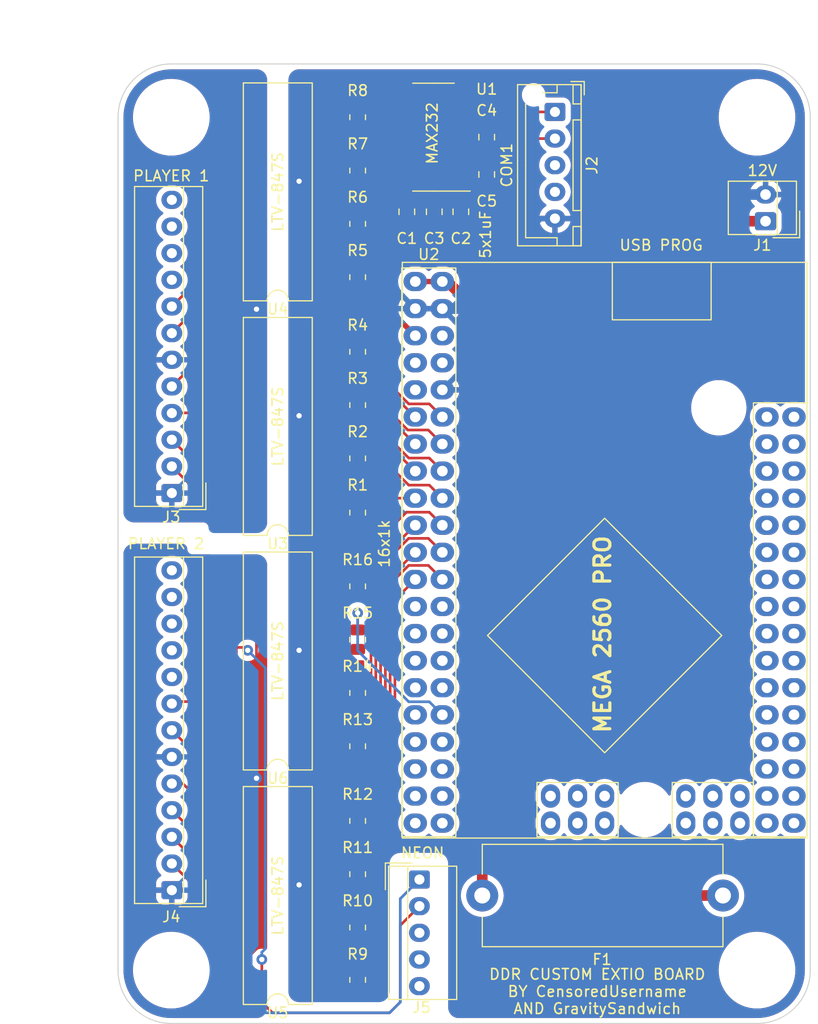
<source format=kicad_pcb>
(kicad_pcb (version 20211014) (generator pcbnew)
  (layers (0 "F.Cu" signal) (31 "B.Cu" signal) (34 "B.Paste" user) (35 "F.Paste" user) (36 "B.SilkS" user "B.Silkscreen") (37 "F.SilkS" user "F.Silkscreen") (38 "B.Mask" user) (39 "F.Mask" user) (44 "Edge.Cuts" user))
  (net 0 "")
  (net 1 "GND")
  (net 2 "Net-(C4-Pad1)")
  (net 3 "Net-(C4-Pad2)")
  (net 4 "Net-(C5-Pad1)")
  (net 5 "Net-(C5-Pad2)")
  (net 6 "+12V")
  (net 76 "/isolation/Output GND")
  (net 77 "/isolation/Output D")
  (net 78 "/isolation/Output C")
  (net 79 "/isolation/Output B")
  (net 80 "/isolation/Output A")
  (net 81 "/isolation1/Output D")
  (net 82 "/isolation1/Output C")
  (net 83 "/isolation2/Output GND")
  (net 84 "/isolation3/Output D")
  (net 85 "/isolation3/Output C")
  (net 86 "/isolation3/Output B")
  (net 87 "/isolation3/Output A")
  (net 88 "/isolation2/Output D")
  (net 89 "/isolation2/Output C")
  (net 90 "/isolation2/Output B")
  (net 91 "Net-(R1-Pad1)")
  (net 92 "/isolation/Input A")
  (net 93 "Net-(R2-Pad1)")
  (net 94 "/isolation/Input B")
  (net 95 "Net-(R3-Pad1)")
  (net 96 "Net-(R4-Pad1)")
  (net 97 "Net-(R5-Pad1)")
  (net 98 "Net-(R6-Pad1)")
  (net 99 "Net-(R7-Pad1)")
  (net 100 "/isolation1/Input C")
  (net 101 "Net-(R8-Pad1)")
  (net 102 "/isolation1/Input D")
  (net 103 "Net-(R9-Pad1)")
  (net 104 "/isolation3/Input A")
  (net 105 "Net-(R10-Pad1)")
  (net 106 "/isolation3/Input B")
  (net 107 "Net-(R11-Pad1)")
  (net 108 "/isolation3/Input C")
  (net 109 "Net-(R12-Pad1)")
  (net 110 "/isolation3/Input D")
  (net 111 "Net-(R13-Pad1)")
  (net 112 "Net-(R14-Pad1)")
  (net 113 "/isolation2/Input B")
  (net 114 "Net-(R15-Pad1)")
  (net 115 "/isolation2/Input C")
  (net 116 "Net-(R16-Pad1)")
  (net 117 "/isolation1/Output B")
  (net 118 "/isolation1/Output A")
  (net 119 "/isolation2/Output A")
  (net 120 "/isolation1/Input A")
  (net 121 "/isolation1/Input B")
  (net 122 "/isolation2/Input A")
  (net 124 "Net-(C2-Pad1)")
  (net 125 "Net-(C3-Pad1)")
  (net 126 "Net-(J2-Pad1)")
  (net 127 "Net-(J2-Pad2)")
  (net 133 "+5V")
  (net 135 "Net-(J1-Pad1)")
  (net 136 "Net-(U1-Pad9)")
  (net 137 "Net-(U1-Pad10)")
  (footprint "Resistor_SMD:R_0805_2012Metric" (layer "F.Cu") (at 131 82 90)
    (fp_text reference "R3")
    (fp_text value "1k")
  )
  (footprint "Footprints:MountingHole_3.2mm_M3" (layer "F.Cu") (at 168.5 135)
    (fp_text reference "H3" hide)
    (fp_text value "M3")
  )
  (footprint "Resistor_SMD:R_0805_2012Metric" (layer "F.Cu") (at 131 121 90)
    (fp_text reference "R12")
    (fp_text value "1k")
  )
  (footprint "Resistor_SMD:R_0805_2012Metric" (layer "F.Cu") (at 131 55 90)
    (fp_text reference "R8")
    (fp_text value "1k")
  )
  (footprint "Footprints:JST_NH_B5P-SHF-1AA_1x05_P2.50mm_Vertical" (layer "F.Cu") (at 136.8 126.5 -90)
    (fp_text reference "J5")
    (fp_text value "JST_NH_B05")
  )
  (footprint "Resistor_SMD:R_0805_2012Metric" (layer "F.Cu") (at 131 87 90)
    (fp_text reference "R2")
    (fp_text value "1k")
  )
  (footprint "Capacitor_SMD:C_0805_2012Metric" (layer "F.Cu") (at 143.11596 56.866072 90)
    (fp_text reference "C4")
    (fp_text value "1uF")
  )
  (footprint "Footprints:MountingHole_3.2mm_M3" (layer "F.Cu") (at 113.5 135)
    (fp_text reference "H4" hide)
    (fp_text value "M3")
  )
  (footprint "Capacitor_SMD:C_0805_2012Metric" (layer "F.Cu") (at 143.11596 60.366072 90)
    (fp_text reference "C5")
    (fp_text value "1uF")
  )
  (footprint "Resistor_SMD:R_0805_2012Metric" (layer "F.Cu") (at 131 109 90)
    (fp_text reference "R14")
    (fp_text value "1k")
  )
  (footprint "Footprints:JST_NH_B13P-SHF-1AA_1x13_P2.50mm_Vertical" (layer "F.Cu") (at 113.55 127.5 90)
    (fp_text reference "J4")
    (fp_text value "JST_NH_B13")
  )
  (footprint "Resistor_SMD:R_0805_2012Metric" (layer "F.Cu") (at 131 135.9125 90)
    (fp_text reference "R9")
    (fp_text value "1k")
  )
  (footprint "Fuse:Fuseholder_Cylinder-5x20mm_Stelvio-Kontek_PTF78_Horizontal_Open" (layer "F.Cu") (at 142.7 128)
    (fp_text reference "F1")
    (fp_text value "?A")
  )
  (footprint "Footprints:Arduino_mega_2560_pro" (layer "F.Cu") (at 135.19048 68.61048)
    (fp_text reference "U2")
    (fp_text value "Arduino_mega_2560_pro")
  )
  (footprint "Footprints:JST_NH_B2P-SHF-1AA_1x02_P2.50mm_Vertical" (layer "F.Cu") (at 169.3 64.75 90)
    (fp_text reference "J1")
    (fp_text value "JST_NH_B02")
  )
  (footprint "Resistor_SMD:R_0805_2012Metric" (layer "F.Cu") (at 131 77 90)
    (fp_text reference "R4")
    (fp_text value "1k")
  )
  (footprint "Footprints:MountingHole_3.2mm_M3" (layer "F.Cu") (at 168.5 55)
    (fp_text reference "H1" hide)
    (fp_text value "M3")
  )
  (footprint "Resistor_SMD:R_0805_2012Metric" (layer "F.Cu") (at 131 104 90)
    (fp_text reference "R15")
    (fp_text value "1k")
  )
  (footprint "Resistor_SMD:R_0805_2012Metric" (layer "F.Cu") (at 131 126 90)
    (fp_text reference "R11")
    (fp_text value "1k")
  )
  (footprint "Resistor_SMD:R_0805_2012Metric" (layer "F.Cu") (at 131 131 90)
    (fp_text reference "R10")
    (fp_text value "1k")
  )
  (footprint "Capacitor_SMD:C_0805_2012Metric" (layer "F.Cu") (at 140.69048 63.866072 -90)
    (fp_text reference "C2")
    (fp_text value "1uF")
  )
  (footprint "Package_DIP:SMDIP-16_W9.53mm" (layer "F.Cu") (at 123.5 84 180)
    (fp_text reference "U3")
    (fp_text value "LTV-847S")
  )
  (footprint "Footprints:MountingHole_3.2mm_M3" (layer "F.Cu") (at 113.5 55)
    (fp_text reference "H2" hide)
    (fp_text value "M3")
  )
  (footprint "Capacitor_SMD:C_0805_2012Metric" (layer "F.Cu") (at 138.19048 63.866072 -90)
    (fp_text reference "C3")
    (fp_text value "1uF")
  )
  (footprint "Resistor_SMD:R_0805_2012Metric" (layer "F.Cu") (at 131 92.0875 90)
    (fp_text reference "R1")
    (fp_text value "1k")
  )
  (footprint "Connector_JST:JST_XH_B5B-XH-AM_1x05_P2.50mm_Vertical" (layer "F.Cu") (at 149.525 54.5 -90)
    (fp_text reference "J2")
    (fp_text value "JST_XH_B05")
  )
  (footprint "Footprints:JST_NH_B12P-SHF-1AA_1x12_P2.50mm_Vertical" (layer "F.Cu") (at 113.55 90.25 90)
    (fp_text reference "J3")
    (fp_text value "JST_NH_B12")
  )
  (footprint "Resistor_SMD:R_0805_2012Metric" (layer "F.Cu") (at 131 60 90)
    (fp_text reference "R7")
    (fp_text value "1k")
  )
  (footprint "Resistor_SMD:R_0805_2012Metric" (layer "F.Cu") (at 131 70 90)
    (fp_text reference "R5")
    (fp_text value "1k")
  )
  (footprint "Package_DIP:SMDIP-16_W9.53mm" (layer "F.Cu") (at 123.5 106 180)
    (fp_text reference "U6")
    (fp_text value "LTV-847S")
  )
  (footprint "Resistor_SMD:R_0805_2012Metric" (layer "F.Cu") (at 131 99 90)
    (fp_text reference "R16")
    (fp_text value "1k")
  )
  (footprint "Package_DIP:SMDIP-16_W9.53mm" (layer "F.Cu") (at 123.5 62 180)
    (fp_text reference "U4")
    (fp_text value "LTV-847S")
  )
  (footprint "Resistor_SMD:R_0805_2012Metric" (layer "F.Cu") (at 131 114 90)
    (fp_text reference "R13")
    (fp_text value "1k")
  )
  (footprint "Capacitor_SMD:C_0805_2012Metric" (layer "F.Cu") (at 135.61596 63.866072 -90)
    (fp_text reference "C1")
    (fp_text value "1uF")
  )
  (footprint "Package_SO:SOIC-16_3.9x9.9mm_P1.27mm" (layer "F.Cu") (at 138.11596 56.866072 180)
    (fp_text reference "U1")
    (fp_text value "MAX232")
  )
  (footprint "Resistor_SMD:R_0805_2012Metric" (layer "F.Cu") (at 131 65 90)
    (fp_text reference "R6")
    (fp_text value "1k")
  )
  (footprint "Package_DIP:SMDIP-16_W9.53mm" (layer "F.Cu") (at 123.5 128 180)
    (fp_text reference "U5")
    (fp_text value "LTV-847S")
  )
  (gr_line (start 173.5 55) (end 173.5 135) (layer "Edge.Cuts") (width 0.1))
  (gr_arc (start 168.5 50) (mid 172.035534 51.464466) (end 173.5 55) (layer "Edge.Cuts") (width 0.1))
  (gr_line (start 168.5 140) (end 113.5 140) (layer "Edge.Cuts") (width 0.1))
  (gr_line (start 113.5 50) (end 168.5 50) (layer "Edge.Cuts") (width 0.1))
  (gr_arc (start 108.5 55) (mid 109.964466 51.464466) (end 113.5 50) (layer "Edge.Cuts") (width 0.1))
  (gr_arc (start 113.5 140) (mid 109.964466 138.535534) (end 108.5 135) (layer "Edge.Cuts") (width 0.1))
  (gr_arc (start 173.5 135) (mid 172.035534 138.535534) (end 168.5 140) (layer "Edge.Cuts") (width 0.1))
  (gr_line (start 108.5 135) (end 108.5 55) (layer "Edge.Cuts") (width 0.1))
  (gr_text "LTV-847S" (at 123.5 106 90) (layer "F.SilkS") (effects (font (size 1 1))))
  (gr_text "12V" (at 169 60) (layer "F.SilkS") (effects (font (size 1 1))))
  (gr_text "NEON" (at 137.1 124) (layer "F.SilkS") (effects (font (size 1 1))))
  (gr_text "PLAYER 1" (at 113.5 60.5) (layer "F.SilkS") (effects (font (size 1 1))))
  (gr_text "USB PROG" (at 159.5 67) (layer "F.SilkS") (effects (font (size 1 1))))
  (gr_text "5x1uF" (at 143 66 90) (layer "F.SilkS") (effects (font (size 1 1))))
  (gr_text "16x1k" (at 133.5 95 90) (layer "F.SilkS") (effects (font (size 1 1))))
  (gr_text "PLAYER 2" (at 113 95) (layer "F.SilkS") (effects (font (size 1 1))))
  (gr_text "LTV-847S" (at 123.5 84 90) (layer "F.SilkS") (effects (font (size 1 1))))
  (gr_text "COM1" (at 145 59.5 90) (layer "F.SilkS") (effects (font (size 1 1))))
  (gr_text "LTV-847S" (at 123.5 128 90) (layer "F.SilkS") (effects (font (size 1 1))))
  (gr_text "MEGA 2560 PRO" (at 154 103.5 90) (layer "F.SilkS") (effects (font (size 1.5 1.5) (thickness 0.3))))
  (gr_text "DDR CUSTOM EXTIO BOARD\nBY CensoredUsername\nAND GravitySandwich" (at 153.5 137) (layer "F.SilkS") (effects (font (size 1 1))))
  (gr_text "LTV-847S" (at 123.5 62 90) (layer "F.SilkS") (effects (font (size 1 1))))
  (gr_text "MAX232" (at 138 56.5 90) (layer "F.SilkS") (effects (font (size 1 1))))
  (segment (start 128.265 68.35) (end 126.85 68.35) (width 0.5) (layer "F.Cu") (net 1))
  (segment (start 125.5 125) (end 125.5 126) (width 0.5) (layer "F.Cu") (net 1))
  (segment (start 126.77 63.27) (end 125.5 62) (width 0.5) (layer "F.Cu") (net 1))
  (segment (start 136.664349 60.041072) (end 137.19048 59.514941) (width 0.5) (layer "F.Cu") (net 1))
  (segment (start 126.85 134.35) (end 128.265 134.35) (width 0.5) (layer "F.Cu") (net 1))
  (segment (start 128.265 112.35) (end 126.85 112.35) (width 0.5) (layer "F.Cu") (net 1))
  (segment (start 125.5 105) (end 125.5 106) (width 0.5) (layer "F.Cu") (net 1))
  (segment (start 126.39 119.11) (end 125.5 120) (width 0.5) (layer "F.Cu") (net 1))
  (segment (start 125.5 84) (end 125.5 89) (width 0.5) (layer "F.Cu") (net 1))
  (segment (start 137.19048 61.98548) (end 137.19048 60.48548) (width 0.5) (layer "F.Cu") (net 1))
  (segment (start 130.0225 97.11) (end 131 98.0875) (width 0.5) (layer "F.Cu") (net 1))
  (segment (start 128.265 124.19) (end 126.31 124.19) (width 0.5) (layer "F.Cu") (net 1))
  (segment (start 125.5 76) (end 125.5 81) (width 0.5) (layer "F.Cu") (net 1))
  (segment (start 130.1025 58.19) (end 131 59.0875) (width 0.5) (layer "F.Cu") (net 1))
  (segment (start 125.5 126) (end 125.5 133) (width 0.5) (layer "F.Cu") (net 1))
  (segment (start 128.265 97.11) (end 130.0225 97.11) (width 0.5) (layer "F.Cu") (net 1))
  (segment (start 128.265 129.27) (end 126.77 129.27) (width 0.5) (layer "F.Cu") (net 1))
  (segment (start 136.79048 64.816072) (end 136.79048 62.38548) (width 0.5) (layer "F.Cu") (net 1))
  (segment (start 125.5 98) (end 125.5 103) (width 0.5) (layer "F.Cu") (net 1))
  (segment (start 126.31 124.19) (end 125.5 125) (width 0.5) (layer "F.Cu") (net 1))
  (segment (start 128.265 80.19) (end 126.31 80.19) (width 0.5) (layer "F.Cu") (net 1))
  (segment (start 136.79048 62.38548) (end 137.19048 61.98548) (width 0.5) (layer "F.Cu") (net 1))
  (segment (start 128.265 119.11) (end 126.39 119.11) (width 0.5) (layer "F.Cu") (net 1))
  (segment (start 126.39 97.11) (end 125.5 98) (width 0.5) (layer "F.Cu") (net 1))
  (segment (start 137.19048 60.48548) (end 136.746072 60.041072) (width 0.5) (layer "F.Cu") (net 1))
  (segment (start 128.265 107.27) (end 126.77 107.27) (width 0.5) (layer "F.Cu") (net 1))
  (segment (start 128.265 53.11) (end 126.39 53.11) (width 0.5) (layer "F.Cu") (net 1))
  (segment (start 128.265 97.11) (end 126.39 97.11) (width 0.5) (layer "F.Cu") (net 1))
  (segment (start 128.265 102.19) (end 126.31 102.19) (width 0.5) (layer "F.Cu") (net 1))
  (segment (start 125.5 103) (end 125.5 105) (width 0.5) (layer "F.Cu") (net 1))
  (segment (start 128.265 75.11) (end 126.39 75.11) (width 0.5) (layer "F.Cu") (net 1))
  (segment (start 125.5 81) (end 125.5 84) (width 0.5) (layer "F.Cu") (net 1))
  (segment (start 125.5 62) (end 125.5 67) (width 0.5) (layer "F.Cu") (net 1))
  (segment (start 136.746072 60.041072) (end 135.64096 60.041072) (width 0.5) (layer "F.Cu") (net 1))
  (segment (start 148 64.5) (end 149.525 64.5) (width 0.5) (layer "F.Cu") (net 1))
  (segment (start 137.19048 55.48548) (end 136.666072 54.961072) (width 0.5) (layer "F.Cu") (net 1))
  (segment (start 126.39 75.11) (end 125.5 76) (width 0.5) (layer "F.Cu") (net 1))
  (segment (start 126.31 80.19) (end 125.5 81) (width 0.5) (layer "F.Cu") (net 1))
  (segment (start 126.77 129.27) (end 125.5 128) (width 0.5) (layer "F.Cu") (net 1))
  (segment (start 125.5 59) (end 125.5 62) (width 0.5) (layer "F.Cu") (net 1))
  (segment (start 128.265 85.27) (end 126.77 85.27) (width 0.5) (layer "F.Cu") (net 1))
  (segment (start 126.39 53.11) (end 125.5 54) (width 0.5) (layer "F.Cu") (net 1))
  (segment (start 126.85 112.35) (end 125.5 111) (width 0.5) (layer "F.Cu") (net 1))
  (segment (start 126.85 90.35) (end 125.5 89) (width 0.5) (layer "F.Cu") (net 1))
  (segment (start 125.5 106) (end 125.5 111) (width 0.5) (layer "F.Cu") (net 1))
  (segment (start 128.265 53.11) (end 130.0225 53.11) (width 0.5) (layer "F.Cu") (net 1))
  (segment (start 135.64096 60.041072) (end 136.664349 60.041072) (width 0.5) (layer "F.Cu") (net 1))
  (segment (start 137.19048 59.514941) (end 137.19048 55.48548) (width 0.5) (layer "F.Cu") (net 1))
  (segment (start 126.31 58.19) (end 125.5 59) (width 0.5) (layer "F.Cu") (net 1))
  (segment (start 125.5 133) (end 126.85 134.35) (width 0.5) (layer "F.Cu") (net 1))
  (segment (start 125.5 54) (end 125.5 59) (width 0.5) (layer "F.Cu") (net 1))
  (segment (start 128.265 63.27) (end 126.77 63.27) (width 0.5) (layer "F.Cu") (net 1))
  (segment (start 125.5 128) (end 125.5 126) (width 0.5) (layer "F.Cu") (net 1))
  (segment (start 135.61596 64.816072) (end 136.79048 64.816072) (width 0.5) (layer "F.Cu") (net 1))
  (segment (start 128.265 90.35) (end 126.85 90.35) (width 0.5) (layer "F.Cu") (net 1))
  (segment (start 125.5 120) (end 125.5 121) (width 0.5) (layer "F.Cu") (net 1))
  (segment (start 126.77 107.27) (end 125.5 106) (width 0.5) (layer "F.Cu") (net 1))
  (segment (start 126.77 85.27) (end 125.5 84) (width 0.5) (layer "F.Cu") (net 1))
  (segment (start 126.31 102.19) (end 125.5 103) (width 0.5) (layer "F.Cu") (net 1))
  (segment (start 130.0225 53.11) (end 131 54.0875) (width 0.5) (layer "F.Cu") (net 1))
  (segment (start 128.265 58.19) (end 130.1025 58.19) (width 0.5) (layer "F.Cu") (net 1))
  (segment (start 128.265 58.19) (end 126.31 58.19) (width 0.5) (layer "F.Cu") (net 1))
  (segment (start 147.683928 64.816072) (end 148 64.5) (width 0.5) (layer "F.Cu") (net 1))
  (segment (start 126.85 68.35) (end 125.5 67) (width 0.5) (layer "F.Cu") (net 1))
  (segment (start 125.5 121) (end 125.5 125) (width 0.5) (layer "F.Cu") (net 1))
  (segment (start 135.61596 64.816072) (end 147.683928 64.816072) (width 0.5) (layer "F.Cu") (net 1))
  (segment (start 136.666072 54.961072) (end 135.64096 54.961072) (width 0.5) (layer "F.Cu") (net 1))
  (via (at 125.5 105) (size 1) (drill 0.5) (layers "F.Cu" "B.Cu") (net 1))
  (via (at 125.5 61) (size 1) (drill 0.5) (layers "F.Cu" "B.Cu") (net 1))
  (via (at 125.5 127) (size 1) (drill 0.5) (layers "F.Cu" "B.Cu") (net 1))
  (via (at 125.5 83) (size 1) (drill 0.5) (layers "F.Cu" "B.Cu") (net 1))
  (segment (start 139.75048 72.95048) (end 148.20096 64.5) (width 0.5) (layer "B.Cu") (net 1))
  (segment (start 138.95048 72.95048) (end 140.5 74.5) (width 0.5) (layer "B.Cu") (net 1))
  (segment (start 140.5 74.5) (end 140.5 79.02096) (width 0.5) (layer "B.Cu") (net 1))
  (segment (start 136.41048 72.95048) (end 125.5 62.04) (width 0.5) (layer "B.Cu") (net 1))
  (segment (start 148.20096 64.5) (end 149.525 64.5) (width 0.5) (layer "B.Cu") (net 1))
  (segment (start 125.5 105) (end 125.5 83) (width 0.5) (layer "B.Cu") (net 1))
  (segment (start 125.5 62.04) (end 125.5 61) (width 0.5) (layer "B.Cu") (net 1))
  (segment (start 167.3 62.25) (end 156.59952 72.95048) (width 1) (layer "B.Cu") (net 1))
  (segment (start 140.5 79.02096) (end 138.95048 80.57048) (width 0.5) (layer "B.Cu") (net 1))
  (segment (start 125.5 83) (end 125.5 61) (width 0.5) (layer "B.Cu") (net 1))
  (segment (start 136.41048 72.95048) (end 138.95048 72.95048) (width 0.5) (layer "B.Cu") (net 1))
  (segment (start 125.5 127) (end 125.5 105) (width 0.5) (layer "B.Cu") (net 1))
  (segment (start 156.59952 72.95048) (end 138.95048 72.95048) (width 1) (layer "B.Cu") (net 1))
  (segment (start 169.3 62.25) (end 167.3 62.25) (width 1) (layer "B.Cu") (net 1))
  (segment (start 138.95048 72.95048) (end 139.75048 72.95048) (width 0.5) (layer "B.Cu") (net 1))
  (segment (start 141.61596 57.501072) (end 141.93096 57.816072) (width 0.25) (layer "F.Cu") (net 2))
  (segment (start 141.93096 57.816072) (end 143.11596 57.816072) (width 0.25) (layer "F.Cu") (net 2))
  (segment (start 140.59096 57.501072) (end 141.61596 57.501072) (width 0.25) (layer "F.Cu") (net 2))
  (segment (start 142.06596 55.916072) (end 143.11596 55.916072) (width 0.25) (layer "F.Cu") (net 3))
  (segment (start 141.75096 56.231072) (end 142.06596 55.916072) (width 0.25) (layer "F.Cu") (net 3))
  (segment (start 140.59096 56.231072) (end 141.75096 56.231072) (width 0.25) (layer "F.Cu") (net 3))
  (segment (start 140.59096 61.311072) (end 143.11096 61.311072) (width 0.25) (layer "F.Cu") (net 4))
  (segment (start 143.11096 61.311072) (end 143.11596 61.316072) (width 0.25) (layer "F.Cu") (net 4))
  (segment (start 141.52096 58.771072) (end 142.16596 59.416072) (width 0.25) (layer "F.Cu") (net 5))
  (segment (start 140.59096 58.771072) (end 141.52096 58.771072) (width 0.25) (layer "F.Cu") (net 5))
  (segment (start 142.16596 59.416072) (end 143.11596 59.416072) (width 0.25) (layer "F.Cu") (net 5))
  (segment (start 136.41048 70.41048) (end 138.95048 70.41048) (width 0.5) (layer "F.Cu") (net 6))
  (segment (start 139.43048 70.41048) (end 142.7 73.68) (width 1) (layer "F.Cu") (net 6))
  (segment (start 142.7 73.68) (end 142.7 128) (width 1) (layer "F.Cu") (net 6))
  (segment (start 138.95048 70.41048) (end 139.43048 70.41048) (width 1) (layer "F.Cu") (net 6))
  (segment (start 118.735 63.27) (end 120.23 63.27) (width 0.25) (layer "F.Cu") (net 76))
  (segment (start 120.23 63.27) (end 121.5 62) (width 0.25) (layer "F.Cu") (net 76))
  (segment (start 121.5 67) (end 121.5 73) (width 0.25) (layer "F.Cu") (net 76))
  (segment (start 121.5 62) (end 121.5 67) (width 0.25) (layer "F.Cu") (net 76))
  (segment (start 120.69 58.19) (end 121.5 59) (width 0.25) (layer "F.Cu") (net 76))
  (segment (start 118.735 80.19) (end 120.69 80.19) (width 0.25) (layer "F.Cu") (net 76))
  (segment (start 118.735 53.11) (end 120.61 53.11) (width 0.25) (layer "F.Cu") (net 76))
  (segment (start 121.5 84) (end 120.23 85.27) (width 0.25) (layer "F.Cu") (net 76))
  (segment (start 120.69 80.19) (end 121.5 81) (width 0.25) (layer "F.Cu") (net 76))
  (segment (start 120.23 85.27) (end 118.735 85.27) (width 0.25) (layer "F.Cu") (net 76))
  (segment (start 120.15 68.35) (end 118.735 68.35) (width 0.25) (layer "F.Cu") (net 76))
  (segment (start 121.5 81) (end 121.5 84) (width 0.25) (layer "F.Cu") (net 76))
  (segment (start 121.5 73) (end 121.5 76) (width 0.25) (layer "F.Cu") (net 76))
  (segment (start 118.735 75.11) (end 120.61 75.11) (width 0.25) (layer "F.Cu") (net 76))
  (segment (start 120.61 53.11) (end 121.5 54) (width 0.25) (layer "F.Cu") (net 76))
  (segment (start 120.61 75.11) (end 121.5 76) (width 0.25) (layer "F.Cu") (net 76))
  (segment (start 121.5 67) (end 120.15 68.35) (width 0.25) (layer "F.Cu") (net 76))
  (segment (start 121.5 89) (end 120.15 90.35) (width 0.25) (layer "F.Cu") (net 76))
  (segment (start 118.735 58.19) (end 120.69 58.19) (width 0.25) (layer "F.Cu") (net 76))
  (segment (start 121.5 54) (end 121.5 59) (width 0.25) (layer "F.Cu") (net 76))
  (segment (start 120.15 90.35) (end 118.735 90.35) (width 0.25) (layer "F.Cu") (net 76))
  (segment (start 121.5 76) (end 121.5 89) (width 0.25) (layer "F.Cu") (net 76))
  (segment (start 121.5 59) (end 121.5 62) (width 0.25) (layer "F.Cu") (net 76))
  (via (at 121.5 73) (size 1) (drill 0.5) (layers "F.Cu" "B.Cu") (net 76))
  (segment (start 113.55 90.25) (end 121.5 82.3) (width 0.25) (layer "B.Cu") (net 76))
  (segment (start 121.5 82.3) (end 121.5 73) (width 0.25) (layer "B.Cu") (net 76))
  (segment (start 116.75 77.75) (end 113.55 77.75) (width 0.25) (layer "B.Cu") (net 76))
  (segment (start 121.5 73) (end 116.75 77.75) (width 0.25) (layer "B.Cu") (net 76))
  (segment (start 118.735 65.81) (end 117 67.545) (width 0.25) (layer "F.Cu") (net 79))
  (segment (start 117 69.3) (end 113.55 72.75) (width 0.25) (layer "F.Cu") (net 79))
  (segment (start 117 67.545) (end 117 69.3) (width 0.25) (layer "F.Cu") (net 79))
  (segment (start 118.735 70.89) (end 117.91 70.89) (width 0.25) (layer "F.Cu") (net 80))
  (segment (start 117.91 70.89) (end 113.55 75.25) (width 0.25) (layer "F.Cu") (net 80))
  (segment (start 116.15 77.65) (end 113.55 80.25) (width 0.25) (layer "F.Cu") (net 81))
  (segment (start 118.735 77.65) (end 116.15 77.65) (width 0.25) (layer "F.Cu") (net 81))
  (segment (start 113.57 82.73) (end 113.55 82.75) (width 0.25) (layer "F.Cu") (net 82))
  (segment (start 118.735 82.73) (end 113.57 82.73) (width 0.25) (layer "F.Cu") (net 82))
  (segment (start 118.735 107.27) (end 120.23 107.27) (width 0.25) (layer "F.Cu") (net 83))
  (segment (start 121.5 133) (end 120.15 134.35) (width 0.25) (layer "F.Cu") (net 83))
  (segment (start 120.69 102.19) (end 121.5 103) (width 0.25) (layer "F.Cu") (net 83))
  (segment (start 121.5 106) (end 121.5 111) (width 0.25) (layer "F.Cu") (net 83))
  (segment (start 120.61 119.11) (end 121.5 120) (width 0.25) (layer "F.Cu") (net 83))
  (segment (start 121.5 98) (end 121.5 103) (width 0.25) (layer "F.Cu") (net 83))
  (segment (start 121.5 111) (end 120.15 112.35) (width 0.25) (layer "F.Cu") (net 83))
  (segment (start 120.23 129.27) (end 118.735 129.27) (width 0.25) (layer "F.Cu") (net 83))
  (segment (start 118.735 97.11) (end 120.61 97.11) (width 0.25) (layer "F.Cu") (net 83))
  (segment (start 118.735 102.19) (end 120.69 102.19) (width 0.25) (layer "F.Cu") (net 83))
  (segment (start 118.735 119.11) (end 120.61 119.11) (width 0.25) (layer "F.Cu") (net 83))
  (segment (start 120.15 134.35) (end 118.735 134.35) (width 0.25) (layer "F.Cu") (net 83))
  (segment (start 121.5 111) (end 121.5 117) (width 0.25) (layer "F.Cu") (net 83))
  (segment (start 121.5 117) (end 121.5 120) (width 0.25) (layer "F.Cu") (net 83))
  (segment (start 120.69 124.19) (end 121.5 125) (width 0.25) (layer "F.Cu") (net 83))
  (segment (start 120.61 97.11) (end 121.5 98) (width 0.25) (layer "F.Cu") (net 83))
  (segment (start 118.735 124.19) (end 120.69 124.19) (width 0.25) (layer "F.Cu") (net 83))
  (segment (start 120.15 112.35) (end 118.735 112.35) (width 0.25) (layer "F.Cu") (net 83))
  (segment (start 120.23 107.27) (end 121.5 106) (width 0.25) (layer "F.Cu") (net 83))
  (segment (start 121.5 128) (end 120.23 129.27) (width 0.25) (layer "F.Cu") (net 83))
  (segment (start 121.5 125) (end 121.5 128) (width 0.25) (layer "F.Cu") (net 83))
  (segment (start 121.5 120) (end 121.5 133) (width 0.25) (layer "F.Cu") (net 83))
  (segment (start 121.5 103) (end 121.5 106) (width 0.25) (layer "F.Cu") (net 83))
  (via (at 121.5 117) (size 1) (drill 0.5) (layers "F.Cu" "B.Cu") (net 83))
  (segment (start 121.5 119.55) (end 113.55 127.5) (width 0.25) (layer "B.Cu") (net 83))
  (segment (start 121 120) (end 121.5 119.5) (width 0.25) (layer "B.Cu") (net 83))
  (segment (start 121.5 119.5) (end 121.5 117) (width 0.25) (layer "B.Cu") (net 83))
  (segment (start 119.5 115) (end 113.55 115) (width 0.25) (layer "B.Cu") (net 83))
  (segment (start 134 139) (end 122 139) (width 0.25) (layer "B.Cu") (net 83))
  (segment (start 135 138) (end 135 128.3) (width 0.25) (layer "B.Cu") (net 83))
  (segment (start 122 139) (end 121 138) (width 0.25) (layer "B.Cu") (net 83))
  (segment (start 121 138) (end 121 120) (width 0.25) (layer "B.Cu") (net 83))
  (segment (start 135 128.3) (end 136.8 126.5) (width 0.25) (layer "B.Cu") (net 83))
  (segment (start 121.5 117) (end 119.5 115) (width 0.25) (layer "B.Cu") (net 83))
  (segment (start 135 138) (end 134 139) (width 0.25) (layer "B.Cu") (net 83))
  (segment (start 121.5 117) (end 121.5 119.55) (width 0.25) (layer "B.Cu") (net 83))
  (segment (start 118.735 121.65) (end 114.585 117.5) (width 0.25) (layer "F.Cu") (net 84))
  (segment (start 114.585 117.5) (end 113.55 117.5) (width 0.25) (layer "F.Cu") (net 84))
  (segment (start 117 124.995) (end 117 123.45) (width 0.25) (layer "F.Cu") (net 85))
  (segment (start 117 123.45) (end 113.55 120) (width 0.25) (layer "F.Cu") (net 85))
  (segment (start 118.735 126.73) (end 117 124.995) (width 0.25) (layer "F.Cu") (net 85))
  (segment (start 117 125.95) (end 113.55 122.5) (width 0.25) (layer "F.Cu") (net 86))
  (segment (start 118.735 131.81) (end 117 130.075) (width 0.25) (layer "F.Cu") (net 86))
  (segment (start 117 130.075) (end 117 125.95) (width 0.25) (layer "F.Cu") (net 86))
  (segment (start 117.410489 131.410489) (end 116.5 130.5) (width 0.25) (layer "F.Cu") (net 87))
  (segment (start 117.410489 136.89) (end 117.410489 131.410489) (width 0.25) (layer "F.Cu") (net 87))
  (segment (start 118.735 136.89) (end 117.410489 136.89) (width 0.25) (layer "F.Cu") (net 87))
  (segment (start 116.5 130.5) (end 116.5 127.95) (width 0.25) (layer "F.Cu") (net 87))
  (segment (start 116.5 127.95) (end 113.55 125) (width 0.25) (layer "F.Cu") (net 87))
  (segment (start 135 138) (end 135 130.8) (width 0.25) (layer "F.Cu") (net 89))
  (segment (start 135 130.8) (end 136.8 129) (width 0.25) (layer "F.Cu") (net 89))
  (segment (start 122 134) (end 122 138) (width 0.25) (layer "F.Cu") (net 89))
  (segment (start 118.735 104.73) (end 120.4055 104.73) (width 0.25) (layer "F.Cu") (net 89))
  (segment (start 122 138) (end 123 139) (width 0.25) (layer "F.Cu") (net 89))
  (segment (start 134 139) (end 135 138) (width 0.25) (layer "F.Cu") (net 89))
  (segment (start 120.4055 104.73) (end 120.6755 105) (width 0.25) (layer "F.Cu") (net 89))
  (segment (start 123 139) (end 134 139) (width 0.25) (layer "F.Cu") (net 89))
  (via (at 120.6755 105) (size 1) (drill 0.5) (layers "F.Cu" "B.Cu") (net 89))
  (via (at 122 134) (size 1) (drill 0.5) (layers "F.Cu" "B.Cu") (net 89))
  (segment (start 122 133.324511) (end 122 134) (width 0.25) (layer "B.Cu") (net 89))
  (segment (start 120.6755 105) (end 122.324511 106.649011) (width 0.25) (layer "B.Cu") (net 89))
  (segment (start 122.324511 133) (end 122 133.324511) (width 0.25) (layer "B.Cu") (net 89))
  (segment (start 122.324511 106.649011) (end 122.324511 133) (width 0.25) (layer "B.Cu") (net 89))
  (segment (start 118.735 109.81) (end 113.74 109.81) (width 0.25) (layer "F.Cu") (net 90))
  (segment (start 113.74 109.81) (end 113.55 110) (width 0.25) (layer "F.Cu") (net 90))
  (segment (start 130.89 92.89) (end 131 93) (width 0.25) (layer "F.Cu") (net 91))
  (segment (start 130.9775 92.89) (end 131.0875 93) (width 0.25) (layer "F.Cu") (net 91))
  (segment (start 128.265 92.89) (end 130.89 92.89) (width 0.25) (layer "F.Cu") (net 91))
  (segment (start 134.05048 83.31793) (end 136.38303 85.65048) (width 0.25) (layer "F.Cu") (net 92))
  (segment (start 136.38303 85.65048) (end 136.41048 85.65048) (width 0.25) (layer "F.Cu") (net 92))
  (segment (start 132.518361 69.518361) (end 132.518362 74.318009) (width 0.25) (layer "F.Cu") (net 92))
  (segment (start 133.15144 81.15144) (end 134.05048 82.05048) (width 0.25) (layer "F.Cu") (net 92))
  (segment (start 131 69.0875) (end 132.0875 69.0875) (width 0.25) (layer "F.Cu") (net 92))
  (segment (start 133.15144 74.951086) (end 133.15144 81.15144) (width 0.25) (layer "F.Cu") (net 92))
  (segment (start 134.05048 82.05048) (end 134.05048 83.31793) (width 0.25) (layer "F.Cu") (net 92))
  (segment (start 132.518362 74.318009) (end 133.15144 74.951086) (width 0.25) (layer "F.Cu") (net 92))
  (segment (start 132.0875 69.0875) (end 132.518361 69.518361) (width 0.25) (layer "F.Cu") (net 92))
  (segment (start 128.265 87.81) (end 130.8975 87.81) (width 0.25) (layer "F.Cu") (net 93))
  (segment (start 130.8975 87.81) (end 131.0875 88) (width 0.25) (layer "F.Cu") (net 93))
  (segment (start 130.8975 87.81) (end 131 87.9125) (width 0.25) (layer "F.Cu") (net 93))
  (segment (start 132.5875 64.0875) (end 132.967881 64.467881) (width 0.25) (layer "F.Cu") (net 94))
  (segment (start 133.60096 80.964128) (end 134.5 81.863168) (width 0.25) (layer "F.Cu") (net 94))
  (segment (start 132.967881 64.467881) (end 132.967881 74.131811) (width 0.25) (layer "F.Cu") (net 94))
  (segment (start 131 64.0875) (end 132.5875 64.0875) (width 0.25) (layer "F.Cu") (net 94))
  (segment (start 137.635 84.335) (end 138.95048 85.65048) (width 0.25) (layer "F.Cu") (net 94))
  (segment (start 134.5 81.863168) (end 134.5 83.131732) (width 0.25) (layer "F.Cu") (net 94))
  (segment (start 133.60096 74.764889) (end 133.60096 80.964128) (width 0.25) (layer "F.Cu") (net 94))
  (segment (start 135.703268 84.335) (end 137.635 84.335) (width 0.25) (layer "F.Cu") (net 94))
  (segment (start 134.5 83.131732) (end 135.703268 84.335) (width 0.25) (layer "F.Cu") (net 94))
  (segment (start 132.967881 74.131811) (end 133.60096 74.764889) (width 0.25) (layer "F.Cu") (net 94))
  (segment (start 130.8175 82.73) (end 131 82.9125) (width 0.25) (layer "F.Cu") (net 95))
  (segment (start 128.265 82.73) (end 130.8175 82.73) (width 0.25) (layer "F.Cu") (net 95))
  (segment (start 130.905 82.73) (end 131.175 83) (width 0.25) (layer "F.Cu") (net 95))
  (segment (start 130.7375 77.65) (end 131.0875 78) (width 0.25) (layer "F.Cu") (net 96))
  (segment (start 128.265 77.65) (end 130.7375 77.65) (width 0.25) (layer "F.Cu") (net 96))
  (segment (start 130.7375 77.65) (end 131 77.9125) (width 0.25) (layer "F.Cu") (net 96))
  (segment (start 128.265 70.89) (end 130.9775 70.89) (width 0.25) (layer "F.Cu") (net 97))
  (segment (start 130.89 70.89) (end 131 71) (width 0.25) (layer "F.Cu") (net 97))
  (segment (start 130.9775 70.89) (end 131 70.9125) (width 0.25) (layer "F.Cu") (net 97))
  (segment (start 128.265 65.81) (end 130.8975 65.81) (width 0.25) (layer "F.Cu") (net 98))
  (segment (start 130.8975 65.81) (end 131 65.9125) (width 0.25) (layer "F.Cu") (net 98))
  (segment (start 130.8975 65.81) (end 131.0875 66) (width 0.25) (layer "F.Cu") (net 98))
  (segment (start 128.265 60.73) (end 130.8175 60.73) (width 0.25) (layer "F.Cu") (net 99))
  (segment (start 131.0875 61) (end 130.8175 60.73) (width 0.25) (layer "F.Cu") (net 99))
  (segment (start 130.8175 60.73) (end 131 60.9125) (width 0.25) (layer "F.Cu") (net 99))
  (segment (start 133.15144 82.422874) (end 133.15144 83.690324) (width 0.25) (layer "F.Cu") (net 100))
  (segment (start 136.38303 88.19048) (end 136.41048 88.19048) (width 0.25) (layer "F.Cu") (net 100))
  (segment (start 133.15144 83.690324) (end 134.05048 84.589364) (width 0.25) (layer "F.Cu") (net 100))
  (segment (start 131.816066 81.0875) (end 133.15144 82.422874) (width 0.25) (layer "F.Cu") (net 100))
  (segment (start 131 81.0875) (end 131.816066 81.0875) (width 0.25) (layer "F.Cu") (net 100))
  (segment (start 134.05048 85.85793) (end 136.38303 88.19048) (width 0.25) (layer "F.Cu") (net 100))
  (segment (start 134.05048 84.589364) (end 134.05048 85.85793) (width 0.25) (layer "F.Cu") (net 100))
  (segment (start 130.7375 55.65) (end 131 55.9125) (width 0.25) (layer "F.Cu") (net 101))
  (segment (start 130.7375 55.65) (end 131.0875 56) (width 0.25) (layer "F.Cu") (net 101))
  (segment (start 128.265 55.65) (end 130.7375 55.65) (width 0.25) (layer "F.Cu") (net 101))
  (segment (start 134.5 84.403168) (end 134.5 85.671732) (width 0.25) (layer "F.Cu") (net 102))
  (segment (start 131 76.0875) (end 132.0875 76.0875) (width 0.25) (layer "F.Cu") (net 102))
  (segment (start 135.794228 86.96596) (end 137.72596 86.96596) (width 0.25) (layer "F.Cu") (net 102))
  (segment (start 132.70192 81.337637) (end 133.60096 82.236678) (width 0.25) (layer "F.Cu") (net 102))
  (segment (start 132.70192 76.70192) (end 132.70192 81.337637) (width 0.25) (layer "F.Cu") (net 102))
  (segment (start 132.0875 76.0875) (end 132.70192 76.70192) (width 0.25) (layer "F.Cu") (net 102))
  (segment (start 133.60096 82.236678) (end 133.60096 83.504127) (width 0.25) (layer "F.Cu") (net 102))
  (segment (start 137.72596 86.96596) (end 138.95048 88.19048) (width 0.25) (layer "F.Cu") (net 102))
  (segment (start 133.60096 83.504127) (end 134.5 84.403168) (width 0.25) (layer "F.Cu") (net 102))
  (segment (start 134.5 85.671732) (end 135.794228 86.96596) (width 0.25) (layer "F.Cu") (net 102))
  (segment (start 128.265 136.89) (end 130.935 136.89) (width 0.25) (layer "F.Cu") (net 103))
  (segment (start 130.935 136.89) (end 131 136.825) (width 0.25) (layer "F.Cu") (net 103))
  (segment (start 132 135) (end 132.5 134.5) (width 0.25) (layer "F.Cu") (net 104))
  (segment (start 132.5 130.135718) (end 133 129.635718) (width 0.25) (layer "F.Cu") (net 104))
  (segment (start 133.261059 120.738941) (end 134.5 119.5) (width 0.25) (layer "F.Cu") (net 104))
  (segment (start 133 129.635718) (end 133 125.271434) (width 0.25) (layer "F.Cu") (net 104))
  (segment (start 132.5 134.5) (end 132.5 130.135718) (width 0.25) (layer "F.Cu") (net 104))
  (segment (start 133.261059 125.010375) (end 133.261059 120.738941) (width 0.25) (layer "F.Cu") (net 104))
  (segment (start 133 125.271434) (end 133.261059 125.010375) (width 0.25) (layer "F.Cu") (net 104))
  (segment (start 134.5 100.26096) (end 136.41048 98.35048) (width 0.25) (layer "F.Cu") (net 104))
  (segment (start 134.5 119.5) (end 134.5 100.26096) (width 0.25) (layer "F.Cu") (net 104))
  (segment (start 131 135) (end 132 135) (width 0.25) (layer "F.Cu") (net 104))
  (segment (start 130.8975 131.81) (end 131.0875 132) (width 0.25) (layer "F.Cu") (net 105))
  (segment (start 128.265 131.81) (end 130.8975 131.81) (width 0.25) (layer "F.Cu") (net 105))
  (segment (start 130.8975 131.81) (end 131 131.9125) (width 0.25) (layer "F.Cu") (net 105))
  (segment (start 134.05048 100.074762) (end 134.5 99.625242) (width 0.25) (layer "F.Cu") (net 106))
  (segment (start 132.81154 120.459895) (end 134.05048 119.220955) (width 0.25) (layer "F.Cu") (net 106))
  (segment (start 134.5 99.625242) (end 134.5 98.329228) (width 0.25) (layer "F.Cu") (net 106))
  (segment (start 132.5 125.135718) (end 132.81154 124.824177) (width 0.25) (layer "F.Cu") (net 106))
  (segment (start 134.5 98.329228) (end 135.794228 97.035) (width 0.25) (layer "F.Cu") (net 106))
  (segment (start 131.9125 130.0875) (end 132.5 129.5) (width 0.25) (layer "F.Cu") (net 106))
  (segment (start 135.794228 97.035) (end 137.635 97.035) (width 0.25) (layer "F.Cu") (net 106))
  (segment (start 132.5 129.5) (end 132.5 125.135718) (width 0.25) (layer "F.Cu") (net 106))
  (segment (start 134.05048 119.220955) (end 134.05048 100.074762) (width 0.25) (layer "F.Cu") (net 106))
  (segment (start 131 130.0875) (end 131.9125 130.0875) (width 0.25) (layer "F.Cu") (net 106))
  (segment (start 132.81154 124.824177) (end 132.81154 120.459895) (width 0.25) (layer "F.Cu") (net 106))
  (segment (start 137.635 97.035) (end 138.95048 98.35048) (width 0.25) (layer "F.Cu") (net 106))
  (segment (start 128.265 126.73) (end 130.8175 126.73) (width 0.25) (layer "F.Cu") (net 107))
  (segment (start 130.8175 126.73) (end 131.0875 127) (width 0.25) (layer "F.Cu") (net 107))
  (segment (start 130.8175 126.73) (end 131 126.9125) (width 0.25) (layer "F.Cu") (net 107))
  (segment (start 133.60096 99.888564) (end 134.05048 99.439045) (width 0.25) (layer "F.Cu") (net 108))
  (segment (start 133.60096 119.034758) (end 133.60096 99.888564) (width 0.25) (layer "F.Cu") (net 108))
  (segment (start 136.38303 95.81048) (end 136.41048 95.81048) (width 0.25) (layer "F.Cu") (net 108))
  (segment (start 134.05048 99.439045) (end 134.05048 98.14303) (width 0.25) (layer "F.Cu") (net 108))
  (segment (start 132.36202 124.63798) (end 132.36202 120.273697) (width 0.25) (layer "F.Cu") (net 108))
  (segment (start 134.05048 98.14303) (end 136.38303 95.81048) (width 0.25) (layer "F.Cu") (net 108))
  (segment (start 132.36202 120.273697) (end 133.60096 119.034758) (width 0.25) (layer "F.Cu") (net 108))
  (segment (start 131 125.0875) (end 131.9125 125.0875) (width 0.25) (layer "F.Cu") (net 108))
  (segment (start 131.9125 125.0875) (end 132.36202 124.63798) (width 0.25) (layer "F.Cu") (net 108))
  (segment (start 130.7375 121.65) (end 131 121.9125) (width 0.25) (layer "F.Cu") (net 109))
  (segment (start 128.265 121.65) (end 130.7375 121.65) (width 0.25) (layer "F.Cu") (net 109))
  (segment (start 130.65 121.65) (end 131 122) (width 0.25) (layer "F.Cu") (net 109))
  (segment (start 131 120.0875) (end 131.9125 120.0875) (width 0.25) (layer "F.Cu") (net 110))
  (segment (start 134.5 97.057792) (end 134.5 95.789228) (width 0.25) (layer "F.Cu") (net 110))
  (segment (start 134.5 95.789228) (end 135.789228 94.5) (width 0.25) (layer "F.Cu") (net 110))
  (segment (start 133.60096 99.252848) (end 133.60096 97.956832) (width 0.25) (layer "F.Cu") (net 110))
  (segment (start 133.151441 99.702366) (end 133.60096 99.252848) (width 0.25) (layer "F.Cu") (net 110))
  (segment (start 135.789228 94.5) (end 137.64 94.5) (width 0.25) (layer "F.Cu") (net 110))
  (segment (start 133.60096 97.956832) (end 134.5 97.057792) (width 0.25) (layer "F.Cu") (net 110))
  (segment (start 137.64 94.5) (end 138.95048 95.81048) (width 0.25) (layer "F.Cu") (net 110))
  (segment (start 133.15144 118.84856) (end 133.151441 99.702366) (width 0.25) (layer "F.Cu") (net 110))
  (segment (start 131.9125 120.0875) (end 133.15144 118.84856) (width 0.25) (layer "F.Cu") (net 110))
  (segment (start 130.9775 114.89) (end 131 114.9125) (width 0.25) (layer "F.Cu") (net 111))
  (segment (start 128.265 114.89) (end 130.9775 114.89) (width 0.25) (layer "F.Cu") (net 111))
  (segment (start 128.265 109.81) (end 130.8975 109.81) (width 0.25) (layer "F.Cu") (net 112))
  (segment (start 130.8975 109.81) (end 131 109.9125) (width 0.25) (layer "F.Cu") (net 112))
  (segment (start 130.8975 109.81) (end 131.0875 110) (width 0.25) (layer "F.Cu") (net 112))
  (segment (start 133.60096 95.39904) (end 134.5 94.5) (width 0.25) (layer "F.Cu") (net 113))
  (segment (start 135.578654 92.04596) (end 137.72596 92.04596) (width 0.25) (layer "F.Cu") (net 113))
  (segment (start 132.70192 98.880454) (end 132.70192 97.584436) (width 0.25) (layer "F.Cu") (net 113))
  (segment (start 134.5 93.124614) (end 135.578654 92.04596) (width 0.25) (layer "F.Cu") (net 113))
  (segment (start 132.2524 99.329974) (end 132.70192 98.880454) (width 0.25) (layer "F.Cu") (net 113))
  (segment (start 132.2524 107.7476) (end 132.2524 99.329974) (width 0.25) (layer "F.Cu") (net 113))
  (segment (start 131.9125 108.0875) (end 132.2524 107.7476) (width 0.25) (layer "F.Cu") (net 113))
  (segment (start 131 108.0875) (end 131.9125 108.0875) (width 0.25) (layer "F.Cu") (net 113))
  (segment (start 134.5 94.5) (end 134.5 93.124614) (width 0.25) (layer "F.Cu") (net 113))
  (segment (start 133.60096 96.685396) (end 133.60096 95.39904) (width 0.25) (layer "F.Cu") (net 113))
  (segment (start 132.70192 97.584436) (end 133.60096 96.685396) (width 0.25) (layer "F.Cu") (net 113))
  (segment (start 137.72596 92.04596) (end 138.95048 93.27048) (width 0.25) (layer "F.Cu") (net 113))
  (segment (start 130.8175 104.73) (end 131.0875 105) (width 0.25) (layer "F.Cu") (net 114))
  (segment (start 130.8175 104.73) (end 131 104.9125) (width 0.25) (layer "F.Cu") (net 114))
  (segment (start 128.265 104.73) (end 130.8175 104.73) (width 0.25) (layer "F.Cu") (net 114))
  (segment (start 131 101.5) (end 131 103.0875) (width 0.25) (layer "F.Cu") (net 115))
  (via (at 131 101.5) (size 1) (drill 0.5) (layers "F.Cu" "B.Cu") (net 115))
  (segment (start 138.95048 111.05048) (end 137.72596 109.82596) (width 0.25) (layer "B.Cu") (net 115))
  (segment (start 137.72596 109.82596) (end 135.794228 109.82596) (width 0.25) (layer "B.Cu") (net 115))
  (segment (start 131 105.031732) (end 131 101.5) (width 0.25) (layer "B.Cu") (net 115))
  (segment (start 135.794228 109.82596) (end 131 105.031732) (width 0.25) (layer "B.Cu") (net 115))
  (segment (start 130.7375 99.65) (end 131 99.9125) (width 0.25) (layer "F.Cu") (net 116))
  (segment (start 130.7375 99.65) (end 131.0875 100) (width 0.25) (layer "F.Cu") (net 116))
  (segment (start 128.265 99.65) (end 130.7375 99.65) (width 0.25) (layer "F.Cu") (net 116))
  (segment (start 118.735 87.81) (end 116.11 87.81) (width 0.25) (layer "F.Cu") (net 117))
  (segment (start 116.11 87.81) (end 113.55 85.25) (width 0.25) (layer "F.Cu") (net 117))
  (segment (start 118.735 92.89) (end 115.845 90) (width 0.25) (layer "F.Cu") (net 118))
  (segment (start 115.845 90) (end 115.8 90) (width 0.25) (layer "F.Cu") (net 118))
  (segment (start 115.8 90) (end 113.55 87.75) (width 0.25) (layer "F.Cu") (net 118))
  (segment (start 115.94 114.89) (end 113.55 112.5) (width 0.25) (layer "F.Cu") (net 119))
  (segment (start 118.735 114.89) (end 115.94 114.89) (width 0.25) (layer "F.Cu") (net 119))
  (segment (start 134.26952 90.73048) (end 136.41048 90.73048) (width 0.25) (layer "F.Cu") (net 120))
  (segment (start 131 91.175) (end 133.825 91.175) (width 0.25) (layer "F.Cu") (net 120))
  (segment (start 133.825 91.175) (end 134.26952 90.73048) (width 0.25) (layer "F.Cu") (net 120))
  (segment (start 131 86.0875) (end 133.644332 86.0875) (width 0.25) (layer "F.Cu") (net 121))
  (segment (start 134.5 88.211732) (end 135.794228 89.50596) (width 0.25) (layer "F.Cu") (net 121))
  (segment (start 133.644332 86.0875) (end 134.5 86.943168) (width 0.25) (layer "F.Cu") (net 121))
  (segment (start 134.5 86.943168) (end 134.5 88.211732) (width 0.25) (layer "F.Cu") (net 121))
  (segment (start 135.794228 89.50596) (end 137.72596 89.50596) (width 0.25) (layer "F.Cu") (net 121))
  (segment (start 137.72596 89.50596) (end 138.95048 90.73048) (width 0.25) (layer "F.Cu") (net 121))
  (segment (start 131 113.0875) (end 131.9125 113.0875) (width 0.25) (layer "F.Cu") (net 122))
  (segment (start 134.05048 96.871594) (end 134.05048 95.60303) (width 0.25) (layer "F.Cu") (net 122))
  (segment (start 132.70192 112.29808) (end 132.701922 99.516168) (width 0.25) (layer "F.Cu") (net 122))
  (segment (start 133.15144 97.770634) (end 134.05048 96.871594) (width 0.25) (layer "F.Cu") (net 122))
  (segment (start 131.9125 113.0875) (end 132.70192 112.29808) (width 0.25) (layer "F.Cu") (net 122))
  (segment (start 136.38303 93.27048) (end 136.41048 93.27048) (width 0.25) (layer "F.Cu") (net 122))
  (segment (start 132.701922 99.516168) (end 133.15144 99.066651) (width 0.25) (layer "F.Cu") (net 122))
  (segment (start 133.15144 99.066651) (end 133.15144 97.770634) (width 0.25) (layer "F.Cu") (net 122))
  (segment (start 134.05048 95.60303) (end 136.38303 93.27048) (width 0.25) (layer "F.Cu") (net 122))
  (segment (start 139.19048 60.48548) (end 139.634888 60.041072) (width 0.25) (layer "F.Cu") (net 124))
  (segment (start 140.121072 62.916072) (end 139.19048 61.98548) (width 0.25) (layer "F.Cu") (net 124))
  (segment (start 139.19048 61.98548) (end 139.19048 60.48548) (width 0.25) (layer "F.Cu") (net 124))
  (segment (start 139.634888 60.041072) (end 140.59096 60.041072) (width 0.25) (layer "F.Cu") (net 124))
  (segment (start 140.69048 62.916072) (end 140.121072 62.916072) (width 0.25) (layer "F.Cu") (net 124))
  (segment (start 139.214888 54.961072) (end 140.59096 54.961072) (width 0.25) (layer "F.Cu") (net 125))
  (segment (start 138.19048 62.841552) (end 138.19048 55.98548) (width 0.25) (layer "F.Cu") (net 125))
  (segment (start 138.19048 55.98548) (end 139.214888 54.961072) (width 0.25) (layer "F.Cu") (net 125))
  (segment (start 143.626072 52.421072) (end 145.705 54.5) (width 0.25) (layer "F.Cu") (net 126))
  (segment (start 140.59096 52.421072) (end 143.626072 52.421072) (width 0.25) (layer "F.Cu") (net 126))
  (segment (start 145.705 54.5) (end 149.525 54.5) (width 0.25) (layer "F.Cu") (net 126))
  (segment (start 146.705 57) (end 149.525 57) (width 0.25) (layer "F.Cu") (net 127))
  (segment (start 140.59096 53.691072) (end 143.396072 53.691072) (width 0.25) (layer "F.Cu") (net 127))
  (segment (start 143.396072 53.691072) (end 146.705 57) (width 0.25) (layer "F.Cu") (net 127))
  (segment (start 134.44144 63.23452) (end 134.44144 73.52144) (width 0.5) (layer "F.Cu") (net 133))
  (segment (start 135.61596 62.916072) (end 135.61596 61.336072) (width 0.5) (layer "F.Cu") (net 133))
  (segment (start 134.759888 62.916072) (end 134.44144 63.23452) (width 0.5) (layer "F.Cu") (net 133))
  (segment (start 134.44144 73.52144) (end 136.41048 75.49048) (width 0.5) (layer "F.Cu") (net 133))
  (segment (start 135.61596 61.336072) (end 135.64096 61.311072) (width 0.5) (layer "F.Cu") (net 133))
  (segment (start 135.61596 62.916072) (end 134.759888 62.916072) (width 0.5) (layer "F.Cu") (net 133))
  (segment (start 165.3 128) (end 150 128) (width 1) (layer "F.Cu") (net 135))
  (segment (start 150 128) (end 145.5 123.5) (width 1) (layer "F.Cu") (net 135))
  (segment (start 154.5 64.75) (end 169.3 64.75) (width 1) (layer "F.Cu") (net 135))
  (segment (start 145.5 123.5) (end 145.5 73.75) (width 1) (layer "F.Cu") (net 135))
  (segment (start 145.5 73.75) (end 154.5 64.75) (width 1) (layer "F.Cu") (net 135))
  (segment (start 133.866921 52.726777) (end 134.172626 52.421072) (width 0.25) (layer "F.Cu") (net 136))
  (segment (start 134.5 74.392494) (end 133.866921 73.759415) (width 0.25) (layer "F.Cu") (net 136))
  (segment (start 137.72596 81.88596) (end 135.794228 81.88596) (width 0.25) (layer "F.Cu") (net 136))
  (segment (start 135.794228 81.88596) (end 134.5 80.591732) (width 0.25) (layer "F.Cu") (net 136))
  (segment (start 133.866921 73.759415) (end 133.866921 52.726777) (width 0.25) (layer "F.Cu") (net 136))
  (segment (start 134.5 80.591732) (end 134.5 74.392494) (width 0.25) (layer "F.Cu") (net 136))
  (segment (start 134.172626 52.421072) (end 135.64096 52.421072) (width 0.25) (layer "F.Cu") (net 136))
  (segment (start 138.95048 83.11048) (end 137.72596 81.88596) (width 0.25) (layer "F.Cu") (net 136))
  (segment (start 133.417401 73.945613) (end 134.05048 74.578691) (width 0.25) (layer "F.Cu") (net 137))
  (segment (start 136.38303 83.11048) (end 136.41048 83.11048) (width 0.25) (layer "F.Cu") (net 137))
  (segment (start 134.45798 51.5) (end 133.417401 52.540579) (width 0.25) (layer "F.Cu") (net 137))
  (segment (start 136.691072 53.691072) (end 137 53.382144) (width 0.25) (layer "F.Cu") (net 137))
  (segment (start 135.64096 53.691072) (end 136.691072 53.691072) (width 0.25) (layer "F.Cu") (net 137))
  (segment (start 136.68298 51.5) (end 134.45798 51.5) (width 0.25) (layer "F.Cu") (net 137))
  (segment (start 137 53.382144) (end 137 51.81702) (width 0.25) (layer "F.Cu") (net 137))
  (segment (start 134.05048 80.77793) (end 136.38303 83.11048) (width 0.25) (layer "F.Cu") (net 137))
  (segment (start 137 51.81702) (end 136.68298 51.5) (width 0.25) (layer "F.Cu") (net 137))
  (segment (start 133.417401 52.540579) (end 133.417401 73.945613) (width 0.25) (layer "F.Cu") (net 137))
  (segment (start 134.05048 74.578691) (end 134.05048 80.77793) (width 0.25) (layer "F.Cu") (net 137))
  (zone (net 76) (net_name "/isolation/Output GND") (layers F&B.Cu) (connect_pads (clearance 0.508)) (min_thickness 0.254) (fill yes (thermal_gap 0.508) (thermal_bridge_width 0.508) (smoothing fillet) (radius 1))
    (polygon (pts (xy 122.5 94) (xy 117 94) (xy 117 93) (xy 109 93) (xy 109 50.5) (xy 122.5 50.5)))
  )
  (zone (net 1) (net_name "GND") (layers F&B.Cu) (connect_pads (clearance 0.508)) (min_thickness 0.254) (fill yes (thermal_gap 0.508) (thermal_bridge_width 0.508) (smoothing fillet) (radius 1))
    (polygon (pts (xy 173 139.5) (xy 139.5 139.5) (xy 139.5 124) (xy 134 124) (xy 134 138) (xy 124.5 138) (xy 124.5 50.5) (xy 173 50.5)))
  )
  (zone (net 83) (net_name "/isolation2/Output GND") (layers F&B.Cu) (connect_pads (clearance 0.508)) (min_thickness 0.254) (fill yes (thermal_gap 0.508) (thermal_bridge_width 0.508) (smoothing fillet) (radius 1))
    (polygon (pts (xy 115 96) (xy 122.5 96) (xy 122.5 139.5) (xy 109 139.5) (xy 109 95) (xy 115 95)))
  )
)
</source>
